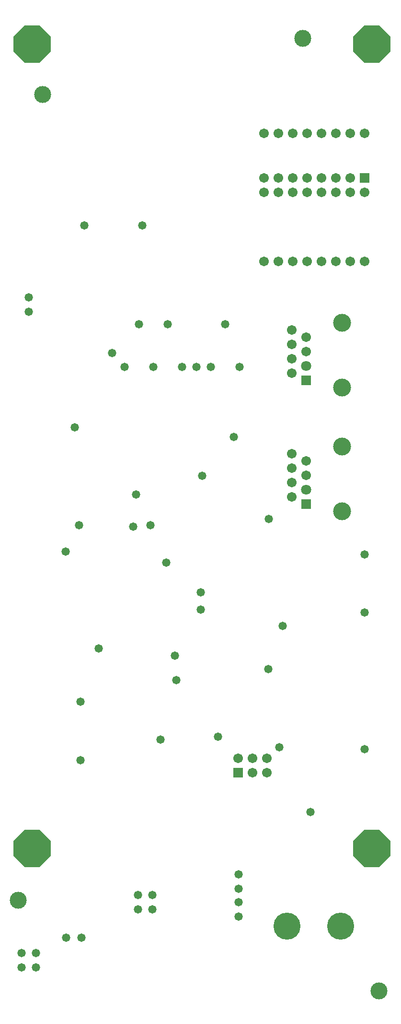
<source format=gbs>
%FSLAX24Y24*%
%MOIN*%
G70*
G01*
G75*
G04 Layer_Color=16711935*
%ADD10C,0.0394*%
%ADD11R,0.0354X0.0354*%
%ADD12R,0.0394X0.0945*%
%ADD13R,0.1299X0.0945*%
%ADD14R,0.0532X0.0453*%
%ADD15O,0.0217X0.0689*%
%ADD16O,0.0689X0.0217*%
%ADD17R,0.0472X0.1378*%
%ADD18R,0.0630X0.0236*%
%ADD19R,0.0335X0.0335*%
%ADD20R,0.0610X0.0925*%
%ADD21R,0.0335X0.0669*%
%ADD22R,0.0866X0.0925*%
%ADD23R,0.0394X0.0394*%
%ADD24R,0.0630X0.1181*%
%ADD25O,0.0236X0.0866*%
%ADD26R,0.0492X0.1201*%
%ADD27R,0.2185X0.2559*%
%ADD28R,0.0787X0.2362*%
%ADD29R,0.0532X0.0453*%
%ADD30C,0.0150*%
%ADD31C,0.0300*%
%ADD32C,0.1000*%
%ADD33C,0.0500*%
%ADD34C,0.0250*%
%ADD35C,0.0591*%
%ADD36R,0.0591X0.0591*%
%ADD37C,0.0591*%
%ADD38P,0.2706X8X22.5*%
%ADD39C,0.1800*%
%ADD40C,0.0630*%
%ADD41C,0.1161*%
%ADD42R,0.0591X0.0591*%
%ADD43C,0.0500*%
%ADD44C,0.0394*%
%ADD45C,0.0098*%
%ADD46C,0.0100*%
%ADD47C,0.0236*%
%ADD48C,0.0079*%
%ADD49C,0.1181*%
%ADD50R,0.0434X0.0434*%
%ADD51R,0.0474X0.1025*%
%ADD52R,0.1379X0.1025*%
%ADD53R,0.0612X0.0533*%
%ADD54C,0.0984*%
%ADD55O,0.0297X0.0769*%
%ADD56O,0.0769X0.0297*%
%ADD57R,0.0552X0.1458*%
%ADD58R,0.0710X0.0316*%
%ADD59R,0.0415X0.0415*%
%ADD60R,0.0690X0.1005*%
%ADD61R,0.0415X0.0749*%
%ADD62R,0.0946X0.1005*%
%ADD63R,0.0474X0.0474*%
%ADD64R,0.0710X0.1261*%
%ADD65O,0.0316X0.0946*%
%ADD66R,0.0572X0.1281*%
%ADD67R,0.2265X0.2639*%
%ADD68R,0.0867X0.2442*%
%ADD69R,0.0612X0.0533*%
%ADD70C,0.0671*%
%ADD71R,0.0671X0.0671*%
%ADD72C,0.0671*%
%ADD73P,0.2793X8X22.5*%
%ADD74C,0.1880*%
%ADD75C,0.0710*%
%ADD76C,0.1241*%
%ADD77R,0.0671X0.0671*%
%ADD78C,0.0580*%
%ADD79C,0.1181*%
D70*
X50000Y83000D02*
D03*
X46000Y84000D02*
D03*
X47000Y83000D02*
D03*
X52000D02*
D03*
X51000Y84000D02*
D03*
Y83000D02*
D03*
X50000Y84000D02*
D03*
X49000D02*
D03*
Y83000D02*
D03*
X48000Y84000D02*
D03*
Y83000D02*
D03*
X47000Y84000D02*
D03*
X46000Y83000D02*
D03*
X45000D02*
D03*
X45207Y43670D02*
D03*
Y42670D02*
D03*
X44207Y43670D02*
D03*
Y42670D02*
D03*
X43207Y43670D02*
D03*
D71*
X52000Y84000D02*
D03*
X43207Y42670D02*
D03*
D72*
X45000Y84000D02*
D03*
X47957Y71954D02*
D03*
X47932Y63345D02*
D03*
X46957Y70454D02*
D03*
Y71454D02*
D03*
Y72454D02*
D03*
X47957Y72954D02*
D03*
X46957Y73454D02*
D03*
X46932Y61845D02*
D03*
Y62845D02*
D03*
Y63845D02*
D03*
X47932Y64345D02*
D03*
X46932Y64845D02*
D03*
X47000Y78200D02*
D03*
X46000D02*
D03*
X48000D02*
D03*
X49000D02*
D03*
X50000D02*
D03*
X51000D02*
D03*
X52000D02*
D03*
X45000D02*
D03*
X52000Y87100D02*
D03*
X51000D02*
D03*
X50000D02*
D03*
X49000D02*
D03*
X48000D02*
D03*
X47000D02*
D03*
X46000D02*
D03*
X45000D02*
D03*
D73*
X28878Y93307D02*
D03*
X52500D02*
D03*
Y37402D02*
D03*
X28878D02*
D03*
D74*
X46600Y32000D02*
D03*
X50350D02*
D03*
D75*
X47957Y70954D02*
D03*
X47932Y62345D02*
D03*
D76*
X50457Y69454D02*
D03*
Y73954D02*
D03*
X50432Y60845D02*
D03*
Y65345D02*
D03*
D77*
X47957Y69954D02*
D03*
X47932Y61345D02*
D03*
D78*
X36550Y80700D02*
D03*
X32500D02*
D03*
X38900Y49100D02*
D03*
X46081Y44446D02*
D03*
X37807Y44970D02*
D03*
X35907Y59770D02*
D03*
X38207Y57270D02*
D03*
X33500Y51300D02*
D03*
X41807Y45170D02*
D03*
X46307Y52870D02*
D03*
X45307Y49870D02*
D03*
X32250Y47600D02*
D03*
X31200Y58050D02*
D03*
X40707Y63320D02*
D03*
X28134Y30134D02*
D03*
X29134D02*
D03*
Y29134D02*
D03*
X28134D02*
D03*
X31257Y31220D02*
D03*
X43257Y32670D02*
D03*
Y34620D02*
D03*
Y35620D02*
D03*
Y33670D02*
D03*
X32157Y59870D02*
D03*
X37107D02*
D03*
X32307Y31220D02*
D03*
X36107Y62020D02*
D03*
X36257Y33170D02*
D03*
X37257D02*
D03*
X36257Y34170D02*
D03*
X37257D02*
D03*
X31840Y66680D02*
D03*
X39300Y70893D02*
D03*
X40300D02*
D03*
X41300Y70893D02*
D03*
X37300D02*
D03*
X35300Y70893D02*
D03*
X43300Y70893D02*
D03*
X42300Y73860D02*
D03*
X36300Y73860D02*
D03*
X38300Y73857D02*
D03*
X28657Y75700D02*
D03*
Y74700D02*
D03*
X38810Y50800D02*
D03*
X40600Y54000D02*
D03*
Y55200D02*
D03*
X34450Y71850D02*
D03*
X32250Y43550D02*
D03*
X52000Y53800D02*
D03*
Y57850D02*
D03*
X48228Y39961D02*
D03*
X52000Y44300D02*
D03*
X42900Y66005D02*
D03*
X45350Y60300D02*
D03*
D79*
X29600Y89800D02*
D03*
X47700Y93700D02*
D03*
X53000Y27500D02*
D03*
X27900Y33800D02*
D03*
M02*

</source>
